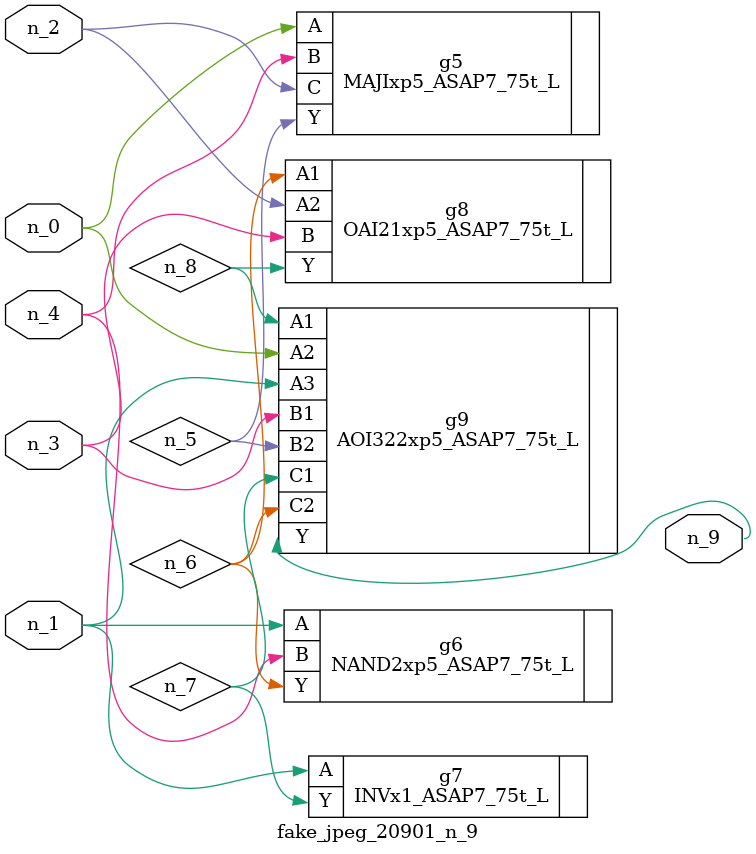
<source format=v>
module fake_jpeg_20901_n_9 (n_3, n_2, n_1, n_0, n_4, n_9);

input n_3;
input n_2;
input n_1;
input n_0;
input n_4;

output n_9;

wire n_8;
wire n_6;
wire n_5;
wire n_7;

MAJIxp5_ASAP7_75t_L g5 ( 
.A(n_0),
.B(n_4),
.C(n_2),
.Y(n_5)
);

NAND2xp5_ASAP7_75t_L g6 ( 
.A(n_1),
.B(n_4),
.Y(n_6)
);

INVx1_ASAP7_75t_L g7 ( 
.A(n_1),
.Y(n_7)
);

OAI21xp5_ASAP7_75t_L g8 ( 
.A1(n_6),
.A2(n_2),
.B(n_3),
.Y(n_8)
);

AOI322xp5_ASAP7_75t_L g9 ( 
.A1(n_8),
.A2(n_0),
.A3(n_1),
.B1(n_3),
.B2(n_5),
.C1(n_7),
.C2(n_6),
.Y(n_9)
);


endmodule
</source>
